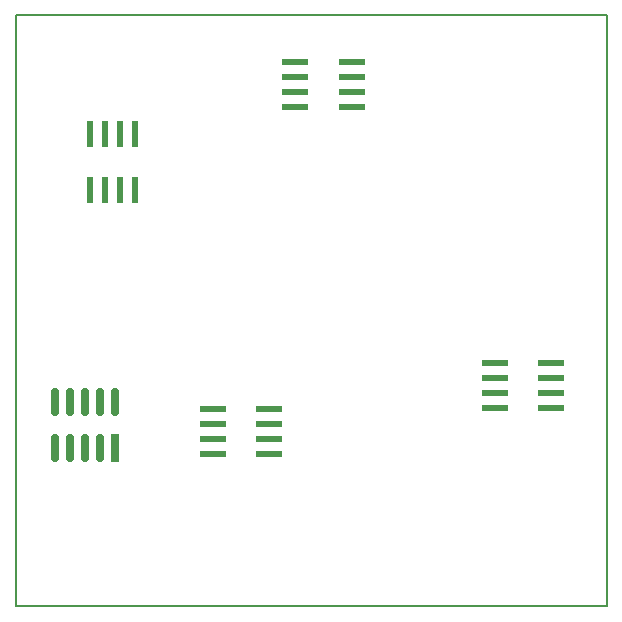
<source format=gbp>
%FSLAX25Y25*%
%MOIN*%
G70*
G01*
G75*
G04 Layer_Color=128*
%ADD10C,0.01000*%
%ADD11C,0.02000*%
%ADD12C,0.02500*%
%ADD13C,0.00787*%
%ADD14C,0.07874*%
%ADD15R,0.07874X0.07874*%
%ADD16C,0.12205*%
%ADD17C,0.09843*%
%ADD18C,0.02500*%
%ADD19R,0.02362X0.08661*%
%ADD20R,0.08661X0.02362*%
%ADD21O,0.02992X0.09449*%
%ADD22R,0.02992X0.09449*%
%ADD23R,0.08000X0.06500*%
%ADD24R,0.08500X0.07000*%
%ADD25R,0.08100X0.06700*%
%ADD26R,0.08900X0.07700*%
%ADD27R,0.08200X0.07100*%
%ADD28C,0.00300*%
%ADD29C,0.00500*%
%ADD30C,0.08474*%
%ADD31R,0.08474X0.08474*%
%ADD32C,0.12805*%
%ADD33C,0.10443*%
%ADD34C,0.03100*%
%ADD35R,0.02962X0.09261*%
%ADD36R,0.09261X0.02962*%
%ADD37O,0.03592X0.10049*%
%ADD38R,0.03592X0.10049*%
D13*
X-196850Y0D02*
Y196850D01*
Y0D02*
X0D01*
Y196850D01*
X-196850D02*
X0D01*
D19*
X-172151Y157401D02*
D03*
X-167150D02*
D03*
X-162151D02*
D03*
X-157150D02*
D03*
X-172151Y138700D02*
D03*
X-167150D02*
D03*
X-162151D02*
D03*
X-157150D02*
D03*
D20*
X-18500Y81050D02*
D03*
Y76051D02*
D03*
Y71051D02*
D03*
Y66050D02*
D03*
X-37201Y81050D02*
D03*
Y76051D02*
D03*
Y71051D02*
D03*
Y66050D02*
D03*
X-112400Y65650D02*
D03*
Y60650D02*
D03*
Y55651D02*
D03*
Y50651D02*
D03*
X-131101Y65650D02*
D03*
Y60650D02*
D03*
Y55651D02*
D03*
Y50651D02*
D03*
X-85000Y181351D02*
D03*
Y176350D02*
D03*
Y171351D02*
D03*
Y166350D02*
D03*
X-103701Y181351D02*
D03*
Y176350D02*
D03*
Y171351D02*
D03*
Y166350D02*
D03*
D21*
X-183851Y67854D02*
D03*
X-178850D02*
D03*
X-173851D02*
D03*
X-168851D02*
D03*
X-163850D02*
D03*
X-183851Y52500D02*
D03*
X-178850D02*
D03*
X-173851D02*
D03*
X-168851D02*
D03*
D22*
X-163850D02*
D03*
M02*

</source>
